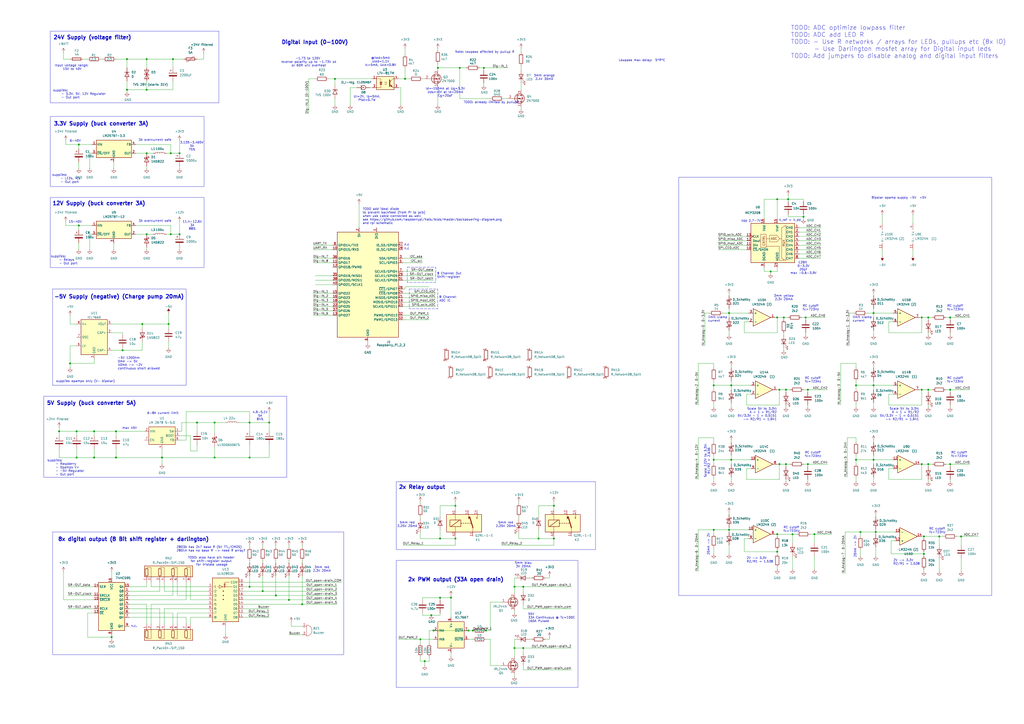
<source format=kicad_sch>
(kicad_sch
	(version 20231120)
	(generator "eeschema")
	(generator_version "8.0")
	(uuid "af4d11a6-73e1-4c39-a25e-5fe7dfa07237")
	(paper "A2")
	
	(junction
		(at 44.45 265.43)
		(diameter 0)
		(color 0 0 0 0)
		(uuid "04e54955-95ed-4070-adbb-7cee1b2c7a8b")
	)
	(junction
		(at 250.19 356.87)
		(diameter 0)
		(color 0 0 0 0)
		(uuid "0c7b1ae2-c684-4906-92c2-8dfa0b9613b9")
	)
	(junction
		(at 454.66 184.15)
		(diameter 0)
		(color 0 0 0 0)
		(uuid "0fefb793-9883-40a2-bd83-f35b47e8dbdb")
	)
	(junction
		(at 67.31 250.19)
		(diameter 0)
		(color 0 0 0 0)
		(uuid "105d8991-ac05-4276-b194-5060bc474cf0")
	)
	(junction
		(at 422.91 307.34)
		(diameter 0)
		(color 0 0 0 0)
		(uuid "11161079-c1a9-4ebe-8de9-fa873f6e9640")
	)
	(junction
		(at 152.4 342.9)
		(diameter 0)
		(color 0 0 0 0)
		(uuid "11903fdd-3575-4409-96d6-35550cd46cfd")
	)
	(junction
		(at 40.64 210.82)
		(diameter 0)
		(color 0 0 0 0)
		(uuid "16107448-b037-4021-a9bb-1fb19d6f36c7")
	)
	(junction
		(at 160.02 345.44)
		(diameter 0)
		(color 0 0 0 0)
		(uuid "1ab2b0ca-ba04-4500-a455-f6bec6b9245f")
	)
	(junction
		(at 455.93 226.06)
		(diameter 0)
		(color 0 0 0 0)
		(uuid "209182a8-b4b9-40cd-b5b2-bd90b860e927")
	)
	(junction
		(at 264.16 293.37)
		(diameter 0)
		(color 0 0 0 0)
		(uuid "213f96fc-26d9-4cf1-83bd-f4336ef00b81")
	)
	(junction
		(at 85.09 34.29)
		(diameter 0)
		(color 0 0 0 0)
		(uuid "2282d3fb-0d49-4956-ac9d-5d65f12a26a9")
	)
	(junction
		(at 312.42 312.42)
		(diameter 0)
		(color 0 0 0 0)
		(uuid "236f3f4e-76e9-4351-baf1-7665cdb427aa")
	)
	(junction
		(at 124.46 245.11)
		(diameter 0)
		(color 0 0 0 0)
		(uuid "28045595-b22a-4b06-9953-9f52298bbfc3")
	)
	(junction
		(at 424.18 266.7)
		(diameter 0)
		(color 0 0 0 0)
		(uuid "28934ae1-6d54-433a-8602-d8951919fe72")
	)
	(junction
		(at 298.45 340.36)
		(diameter 0)
		(color 0 0 0 0)
		(uuid "2a544a35-89e9-4403-a76e-deca404b0df4")
	)
	(junction
		(at 414.02 266.7)
		(diameter 0)
		(color 0 0 0 0)
		(uuid "2f3e2706-66a2-4ddc-84d7-d0f87e408bee")
	)
	(junction
		(at 447.04 157.48)
		(diameter 0)
		(color 0 0 0 0)
		(uuid "305b0609-1ce9-4297-b1f0-74fc85171eee")
	)
	(junction
		(at 44.45 250.19)
		(diameter 0)
		(color 0 0 0 0)
		(uuid "383ef42e-22d7-43b3-89d3-2af42737728c")
	)
	(junction
		(at 534.67 226.06)
		(diameter 0)
		(color 0 0 0 0)
		(uuid "3ae78f7f-94a6-4485-a6b5-d7ce73e1abef")
	)
	(junction
		(at 64.77 369.57)
		(diameter 0)
		(color 0 0 0 0)
		(uuid "3c754c5e-b249-46c4-9d05-9f550316aca5")
	)
	(junction
		(at 251.46 365.76)
		(diameter 0)
		(color 0 0 0 0)
		(uuid "3cb97957-2818-4161-b970-c7538e259f8a")
	)
	(junction
		(at 414.02 307.34)
		(diameter 0)
		(color 0 0 0 0)
		(uuid "3e62f561-0d72-4e6a-934a-49655edcba7a")
	)
	(junction
		(at 234.95 45.72)
		(diameter 0)
		(color 0 0 0 0)
		(uuid "3f66f8e5-7a42-480c-a82f-f0cfe427845d")
	)
	(junction
		(at 54.61 250.19)
		(diameter 0)
		(color 0 0 0 0)
		(uuid "422bc740-9691-4697-b466-286d91cb40aa")
	)
	(junction
		(at 457.2 115.57)
		(diameter 0)
		(color 0 0 0 0)
		(uuid "42f8f2a2-d4f1-4f85-a7f3-af76fd15f334")
	)
	(junction
		(at 82.55 187.96)
		(diameter 0)
		(color 0 0 0 0)
		(uuid "49b65474-3c4a-461b-8a68-40a6b20540ce")
	)
	(junction
		(at 534.67 184.15)
		(diameter 0)
		(color 0 0 0 0)
		(uuid "4c28afa4-cb18-4457-bfd3-5c53dabd8baa")
	)
	(junction
		(at 535.94 311.15)
		(diameter 0)
		(color 0 0 0 0)
		(uuid "51a2075d-152f-4706-892e-e33346bc5c7c")
	)
	(junction
		(at 468.63 269.24)
		(diameter 0)
		(color 0 0 0 0)
		(uuid "5350fbf4-d95b-437a-9686-20f0bf58d3a4")
	)
	(junction
		(at 534.67 269.24)
		(diameter 0)
		(color 0 0 0 0)
		(uuid "5453c15f-3da7-498f-b4d4-eefd4a32800e")
	)
	(junction
		(at 67.31 265.43)
		(diameter 0)
		(color 0 0 0 0)
		(uuid "548e2dfb-04f2-4d21-ab49-d803782e4bea")
	)
	(junction
		(at 274.32 365.76)
		(diameter 0)
		(color 0 0 0 0)
		(uuid "55c59674-9297-4294-9a4a-f4e2841decac")
	)
	(junction
		(at 175.26 350.52)
		(diameter 0)
		(color 0 0 0 0)
		(uuid "5728ee18-fcb1-40dc-a17f-8fbad76f4f48")
	)
	(junction
		(at 496.57 223.52)
		(diameter 0)
		(color 0 0 0 0)
		(uuid "57a339c8-b411-45ff-a169-a3416d23d890")
	)
	(junction
		(at 321.31 312.42)
		(diameter 0)
		(color 0 0 0 0)
		(uuid "58641e9a-dfea-4a17-a599-d3f20704b922")
	)
	(junction
		(at 104.14 135.89)
		(diameter 0)
		(color 0 0 0 0)
		(uuid "5b0eb3d4-c4be-4d9b-9e7b-ef02c7a05fa6")
	)
	(junction
		(at 551.18 226.06)
		(diameter 0)
		(color 0 0 0 0)
		(uuid "5fd46808-879e-44b8-af18-96d3e87ab16f")
	)
	(junction
		(at 104.14 88.9)
		(diameter 0)
		(color 0 0 0 0)
		(uuid "6030d6cb-547f-4627-bb7a-29b5d50e2d7c")
	)
	(junction
		(at 45.72 83.82)
		(diameter 0)
		(color 0 0 0 0)
		(uuid "61300700-7a6f-4cf0-89e3-de24251aaf76")
	)
	(junction
		(at 499.11 308.61)
		(diameter 0)
		(color 0 0 0 0)
		(uuid "628c5c50-25e2-4f91-8c48-b88818b7ae22")
	)
	(junction
		(at 506.73 223.52)
		(diameter 0)
		(color 0 0 0 0)
		(uuid "681b0c0c-503e-42b4-b413-9d8b61948eb7")
	)
	(junction
		(at 261.62 346.71)
		(diameter 0)
		(color 0 0 0 0)
		(uuid "6f8dae14-e5bb-4ed3-8136-992dd6b276bb")
	)
	(junction
		(at 450.85 115.57)
		(diameter 0)
		(color 0 0 0 0)
		(uuid "71c80c36-cea0-487c-bcb3-ac90e6cf6909")
	)
	(junction
		(at 99.06 135.89)
		(diameter 0)
		(color 0 0 0 0)
		(uuid "72aa6fa5-05f9-4fb4-9b06-f61f0b76719e")
	)
	(junction
		(at 496.57 266.7)
		(diameter 0)
		(color 0 0 0 0)
		(uuid "72cd6455-fb65-4b52-8421-80100f0ddc8f")
	)
	(junction
		(at 156.21 245.11)
		(diameter 0)
		(color 0 0 0 0)
		(uuid "75c001cd-17a9-469a-b125-e6fab77c80b6")
	)
	(junction
		(at 73.66 52.07)
		(diameter 0)
		(color 0 0 0 0)
		(uuid "787a6eed-43d6-4010-9caf-dfc7614f8b7e")
	)
	(junction
		(at 544.83 311.15)
		(diameter 0)
		(color 0 0 0 0)
		(uuid "796fade0-1fea-4210-a510-95995544473c")
	)
	(junction
		(at 466.09 125.73)
		(diameter 0)
		(color 0 0 0 0)
		(uuid "7b6a19d9-d84c-4ace-9ad2-e52657e5669a")
	)
	(junction
		(at 97.79 187.96)
		(diameter 0)
		(color 0 0 0 0)
		(uuid "7e3134f9-4b48-4e64-b337-949ca5145048")
	)
	(junction
		(at 450.85 309.88)
		(diameter 0)
		(color 0 0 0 0)
		(uuid "7eee6ae0-e862-4cf5-a20a-077da3b5824a")
	)
	(junction
		(at 551.18 184.15)
		(diameter 0)
		(color 0 0 0 0)
		(uuid "85be4b5b-1dd3-4429-a51f-714f415e4cb3")
	)
	(junction
		(at 54.61 265.43)
		(diameter 0)
		(color 0 0 0 0)
		(uuid "8858408f-f194-4c4f-bd3d-5f79bdeb0f2d")
	)
	(junction
		(at 144.78 265.43)
		(diameter 0)
		(color 0 0 0 0)
		(uuid "89ab178e-a455-4ee1-9c37-6616d82dbbfd")
	)
	(junction
		(at 99.06 88.9)
		(diameter 0)
		(color 0 0 0 0)
		(uuid "8a14436b-3658-4869-9928-b6970ddfd0dd")
	)
	(junction
		(at 424.18 223.52)
		(diameter 0)
		(color 0 0 0 0)
		(uuid "8c0d1323-aeaa-4fdf-940b-e96e8f624588")
	)
	(junction
		(at 506.73 266.7)
		(diameter 0)
		(color 0 0 0 0)
		(uuid "8c384515-970b-4a9b-9d25-34f7c7cf5a31")
	)
	(junction
		(at 254 39.37)
		(diameter 0)
		(color 0 0 0 0)
		(uuid "8cb90e5a-5018-4ea5-bf60-7c32d85dd391")
	)
	(junction
		(at 271.78 365.76)
		(diameter 0)
		(color 0 0 0 0)
		(uuid "8cfa150d-d03a-42a4-a1fa-7fd3cc4e21b6")
	)
	(junction
		(at 246.38 383.54)
		(diameter 0)
		(color 0 0 0 0)
		(uuid "92e2756b-8cb3-4690-a681-4803594cba07")
	)
	(junction
		(at 167.64 347.98)
		(diameter 0)
		(color 0 0 0 0)
		(uuid "96561ec8-8fb0-4b54-8190-e8ea97ddc94c")
	)
	(junction
		(at 45.72 130.81)
		(diameter 0)
		(color 0 0 0 0)
		(uuid "9ce26f46-c13d-457f-b7ea-3cb9a3964209")
	)
	(junction
		(at 535.94 321.31)
		(diameter 0)
		(color 0 0 0 0)
		(uuid "9f9cd4a1-53b7-4b90-939d-1f42f0144daf")
	)
	(junction
		(at 255.27 346.71)
		(diameter 0)
		(color 0 0 0 0)
		(uuid "a0c78f0b-7101-4390-9aa6-cd615b54ded7")
	)
	(junction
		(at 144.78 245.11)
		(diameter 0)
		(color 0 0 0 0)
		(uuid "a1035066-f2bd-42c1-b35e-660253af95e6")
	)
	(junction
		(at 34.29 250.19)
		(diameter 0)
		(color 0 0 0 0)
		(uuid "a1588343-c251-454b-b53e-fff8eaaaa3ac")
	)
	(junction
		(at 459.74 309.88)
		(diameter 0)
		(color 0 0 0 0)
		(uuid "a254ea07-fe02-44b4-a091-0f3f88d2f0b4")
	)
	(junction
		(at 455.93 269.24)
		(diameter 0)
		(color 0 0 0 0)
		(uuid "a647ae42-673a-4b30-ba91-f5c0de2d1fb1")
	)
	(junction
		(at 414.02 223.52)
		(diameter 0)
		(color 0 0 0 0)
		(uuid "a8916f2a-3760-4408-a711-e8008e50a42d")
	)
	(junction
		(at 551.18 269.24)
		(diameter 0)
		(color 0 0 0 0)
		(uuid "a8b20a5e-2fbe-4704-8e22-2faf27846df8")
	)
	(junction
		(at 468.63 226.06)
		(diameter 0)
		(color 0 0 0 0)
		(uuid "aad29792-d123-4844-9da8-1df2be24a9d5")
	)
	(junction
		(at 508 308.61)
		(diameter 0)
		(color 0 0 0 0)
		(uuid "ab657e53-e46e-4daf-86ec-72046f57a401")
	)
	(junction
		(at 255.27 312.42)
		(diameter 0)
		(color 0 0 0 0)
		(uuid "ac1970be-fc9a-493a-b832-4f526b5d8a6f")
	)
	(junction
		(at 124.46 265.43)
		(diameter 0)
		(color 0 0 0 0)
		(uuid "b129a554-6918-436f-b908-937c28939470")
	)
	(junction
		(at 85.09 135.89)
		(diameter 0)
		(color 0 0 0 0)
		(uuid "b75be159-2e10-4f46-b206-2354b78b9157")
	)
	(junction
		(at 450.85 320.04)
		(diameter 0)
		(color 0 0 0 0)
		(uuid "bc0e8895-a168-4b32-a3ae-032222041331")
	)
	(junction
		(at 85.09 88.9)
		(diameter 0)
		(color 0 0 0 0)
		(uuid "bcb07714-ac5e-4281-b3c3-552386782e56")
	)
	(junction
		(at 321.31 293.37)
		(diameter 0)
		(color 0 0 0 0)
		(uuid "c25e2208-2d4a-4a5d-b1b6-520bc7405c20")
	)
	(junction
		(at 298.45 375.92)
		(diameter 0)
		(color 0 0 0 0)
		(uuid "c583ebaa-dbb1-42bf-9503-cd46d9d9c934")
	)
	(junction
		(at 422.91 181.61)
		(diameter 0)
		(color 0 0 0 0)
		(uuid "c5e0eb5b-7c3b-45d6-94c4-c8f1aeb4edda")
	)
	(junction
		(at 557.53 311.15)
		(diameter 0)
		(color 0 0 0 0)
		(uuid "c6fd9455-a40f-495c-b522-dad68ccccb40")
	)
	(junction
		(at 266.7 39.37)
		(diameter 0)
		(color 0 0 0 0)
		(uuid "c7dde48e-85d4-4f37-a2ab-86b0bbbdacc6")
	)
	(junction
		(at 467.36 184.15)
		(diameter 0)
		(color 0 0 0 0)
		(uuid "c9a1a788-271b-4313-91ac-1eb41a1be2d1")
	)
	(junction
		(at 538.48 269.24)
		(diameter 0)
		(color 0 0 0 0)
		(uuid "cce9ddbf-6d0b-4bc9-aa3e-08b573ecddaa")
	)
	(junction
		(at 538.48 226.06)
		(diameter 0)
		(color 0 0 0 0)
		(uuid "cef5d492-924d-4b16-915e-16292a4ec979")
	)
	(junction
		(at 281.94 365.76)
		(diameter 0)
		(color 0 0 0 0)
		(uuid "cfa0505a-ad36-4964-9b26-4d7d0167d5d6")
	)
	(junction
		(at 73.66 34.29)
		(diameter 0)
		(color 0 0 0 0)
		(uuid "d2fd5f5d-338a-4722-b4a0-b1eecd883f28")
	)
	(junction
		(at 100.33 34.29)
		(diameter 0)
		(color 0 0 0 0)
		(uuid "d4d801b9-c672-4d6c-acd1-0513ef63a985")
	)
	(junction
		(at 538.48 184.15)
		(diameter 0)
		(color 0 0 0 0)
		(uuid "d5958f52-db39-4d96-9f5c-46cc0e0a9c13")
	)
	(junction
		(at 303.53 375.92)
		(diameter 0)
		(color 0 0 0 0)
		(uuid "d7f6abff-a394-48b0-8295-d13e407a04cb")
	)
	(junction
		(at 194.31 45.72)
		(diameter 0)
		(color 0 0 0 0)
		(uuid "dbe02959-11e7-4cf1-ad45-9fe30dcdf8bb")
	)
	(junction
		(at 472.44 309.88)
		(diameter 0)
		(color 0 0 0 0)
		(uuid "dd672ca4-9aed-4510-a18a-eaf4c4b1b5b2")
	)
	(junction
		(at 506.73 181.61)
		(diameter 0)
		(color 0 0 0 0)
		(uuid "dd99b0be-8d82-412c-a9e5-745f68c0f208")
	)
	(junction
		(at 452.12 226.06)
		(diameter 0)
		(color 0 0 0 0)
		(uuid "e06e2f01-d838-48f6-8efa-7e05b926ca29")
	)
	(junction
		(at 264.16 312.42)
		(diameter 0)
		(color 0 0 0 0)
		(uuid "e0fcc60c-adef-4503-b67d-31eec596d694")
	)
	(junction
		(at 144.78 340.36)
		(diameter 0)
		(color 0 0 0 0)
		(uuid "e5bd5461-5bb2-4b08-87c8-6e463ef8db0a")
	)
	(junction
		(at 85.09 52.07)
		(diameter 0)
		(color 0 0 0 0)
		(uuid "e7010d28-bd88-4654-aa85-6910d986f363")
	)
	(junction
		(at 114.3 245.11)
		(diameter 0)
		(color 0 0 0 0)
		(uuid "e70a65f8-f7a2-47ed-978c-48ab0ab55eb7")
	)
	(junction
		(at 303.53 340.36)
		(diameter 0)
		(color 0 0 0 0)
		(uuid "e8615103-e90c-4f75-b440-b8fad443ff1e")
	)
	(junction
		(at 71.12 203.2)
		(diameter 0)
		(color 0 0 0 0)
		(uuid "eac55c9c-6217-4313-8428-a310d44dd53f")
	)
	(junction
		(at 243.84 370.84)
		(diameter 0)
		(color 0 0 0 0)
		(uuid "eb44adf6-a090-4e7e-a983-13834ed73b64")
	)
	(junction
		(at 452.12 269.24)
		(diameter 0)
		(color 0 0 0 0)
		(uuid "ef6c709f-f6a8-4332-b336-2fc745163133")
	)
	(junction
		(at 280.67 39.37)
		(diameter 0)
		(color 0 0 0 0)
		(uuid "f07a3669-e0a6-443d-bf09-5896238c8cb2")
	)
	(junction
		(at 93.98 265.43)
		(diameter 0)
		(color 0 0 0 0)
		(uuid "f74be3ca-6702-47ef-b237-4f888ce46f38")
	)
	(junction
		(at 450.85 184.15)
		(diameter 0)
		(color 0 0 0 0)
		(uuid "fbce1fdb-db5b-4f19-bbb5-0a9c27bcbc89")
	)
	(wire
		(pts
			(xy 466.09 124.46) (xy 466.09 125.73)
		)
		(stroke
			(width 0)
			(type default)
		)
		(uuid "0054231e-6c1c-4b62-a261-da803b448710")
	)
	(wire
		(pts
			(xy 167.64 334.01) (xy 167.64 347.98)
		)
		(stroke
			(width 0)
			(type default)
		)
		(uuid "008afce7-2f89-4bee-bec1-74412a14f6ad")
	)
	(wire
		(pts
			(xy 414.02 317.5) (xy 414.02 321.31)
		)
		(stroke
			(width 0)
			(type default)
		)
		(uuid "00ef2f56-37bd-4ed0-aeb9-aa019bd24e2f")
	)
	(wire
		(pts
			(xy 266.7 39.37) (xy 270.51 39.37)
		)
		(stroke
			(width 0)
			(type default)
		)
		(uuid "0137157f-cef0-4455-a3e8-2e6588a98c61")
	)
	(wire
		(pts
			(xy 74.93 353.06) (xy 92.71 353.06)
		)
		(stroke
			(width 0)
			(type default)
		)
		(uuid "016d3741-1855-405b-9335-334df7255092")
	)
	(wire
		(pts
			(xy 468.63 226.06) (xy 468.63 227.33)
		)
		(stroke
			(width 0)
			(type default)
		)
		(uuid "01a5f7f5-381b-4726-8886-b420b25ccedd")
	)
	(wire
		(pts
			(xy 140.97 353.06) (xy 156.21 353.06)
		)
		(stroke
			(width 0)
			(type default)
		)
		(uuid "01f70877-5d35-4473-8154-b32633fb4439")
	)
	(wire
		(pts
			(xy 64.77 368.3) (xy 64.77 369.57)
		)
		(stroke
			(width 0)
			(type default)
		)
		(uuid "02caf3da-4dfe-464a-bed0-55c975aa32ca")
	)
	(wire
		(pts
			(xy 181.61 170.18) (xy 193.04 170.18)
		)
		(stroke
			(width 0)
			(type default)
		)
		(uuid "02f927d2-46f0-4067-bb2c-7b5ed625f8eb")
	)
	(wire
		(pts
			(xy 160.02 334.01) (xy 160.02 345.44)
		)
		(stroke
			(width 0)
			(type default)
		)
		(uuid "041815f2-6a56-4b6a-bb9d-9c928a900a5c")
	)
	(wire
		(pts
			(xy 452.12 226.06) (xy 455.93 226.06)
		)
		(stroke
			(width 0)
			(type default)
		)
		(uuid "04304b2e-0c68-4a14-bbe0-0e23cac30e94")
	)
	(wire
		(pts
			(xy 124.46 259.08) (xy 124.46 265.43)
		)
		(stroke
			(width 0)
			(type default)
		)
		(uuid "056eeaf6-cef0-4a15-9aa0-a138145aa6e3")
	)
	(wire
		(pts
			(xy 443.23 127) (xy 443.23 115.57)
		)
		(stroke
			(width 0)
			(type default)
		)
		(uuid "05c7cccb-cca5-4623-97c8-040d9b4df307")
	)
	(wire
		(pts
			(xy 45.72 83.82) (xy 53.34 83.82)
		)
		(stroke
			(width 0)
			(type default)
		)
		(uuid "062e080a-8aeb-47cc-970e-09456cd360cd")
	)
	(wire
		(pts
			(xy 463.55 132.08) (xy 476.25 132.08)
		)
		(stroke
			(width 0)
			(type default)
		)
		(uuid "068083fa-fce7-43b5-8463-4f98840e7a26")
	)
	(wire
		(pts
			(xy 100.33 345.44) (xy 100.33 337.82)
		)
		(stroke
			(width 0)
			(type default)
		)
		(uuid "0682b7ac-d716-40a5-af74-9d38bd3e4468")
	)
	(wire
		(pts
			(xy 233.68 157.48) (xy 251.46 157.48)
		)
		(stroke
			(width 0)
			(type default)
		)
		(uuid "06d6f191-9971-474b-b097-e0a1a133101e")
	)
	(wire
		(pts
			(xy 82.55 198.12) (xy 82.55 203.2)
		)
		(stroke
			(width 0)
			(type default)
		)
		(uuid "07802d6c-0405-4611-8498-2921642973c9")
	)
	(wire
		(pts
			(xy 455.93 269.24) (xy 458.47 269.24)
		)
		(stroke
			(width 0)
			(type default)
		)
		(uuid "08d4afc6-7a52-4c48-90ea-de03339f3fec")
	)
	(wire
		(pts
			(xy 433.07 271.78) (xy 433.07 278.13)
		)
		(stroke
			(width 0)
			(type default)
		)
		(uuid "08da2754-5954-4cc6-88b7-c43418808a5f")
	)
	(wire
		(pts
			(xy 71.12 203.2) (xy 64.77 203.2)
		)
		(stroke
			(width 0)
			(type default)
		)
		(uuid "09231105-ced3-4313-bf61-0ff5f84aa1d1")
	)
	(wire
		(pts
			(xy 463.55 134.62) (xy 476.25 134.62)
		)
		(stroke
			(width 0)
			(type default)
		)
		(uuid "0932f8bf-1781-41f0-8075-3b7e84ddb5c7")
	)
	(wire
		(pts
			(xy 52.07 97.79) (xy 52.07 88.9)
		)
		(stroke
			(width 0)
			(type default)
		)
		(uuid "096d85b4-5d51-44af-82ba-979fa750f17a")
	)
	(wire
		(pts
			(xy 496.57 264.16) (xy 496.57 266.7)
		)
		(stroke
			(width 0)
			(type default)
		)
		(uuid "09d9a41a-af3c-4a91-ad4d-2c3b79cf9ec7")
	)
	(wire
		(pts
			(xy 64.77 331.47) (xy 64.77 335.28)
		)
		(stroke
			(width 0)
			(type default)
		)
		(uuid "0a051774-4cbb-4b66-bf37-8910fac947bb")
	)
	(wire
		(pts
			(xy 538.48 226.06) (xy 538.48 227.33)
		)
		(stroke
			(width 0)
			(type default)
		)
		(uuid "0a19eb4a-b45c-478b-9d63-c374df4a79a0")
	)
	(wire
		(pts
			(xy 82.55 187.96) (xy 97.79 187.96)
		)
		(stroke
			(width 0)
			(type default)
		)
		(uuid "0a9bbdf8-1908-4d8c-8217-07db364293b0")
	)
	(wire
		(pts
			(xy 74.93 358.14) (xy 107.95 358.14)
		)
		(stroke
			(width 0)
			(type default)
		)
		(uuid "0aa33d96-2e44-4442-b63d-f8ede3d506ac")
	)
	(wire
		(pts
			(xy 414.02 254) (xy 414.02 256.54)
		)
		(stroke
			(width 0)
			(type default)
		)
		(uuid "0b798a4e-ae38-46ca-9967-253a2656e0f1")
	)
	(wire
		(pts
			(xy 243.84 383.54) (xy 243.84 381)
		)
		(stroke
			(width 0)
			(type default)
		)
		(uuid "0d4caf2b-b531-43d8-b043-c31f77a38adf")
	)
	(wire
		(pts
			(xy 95.25 342.9) (xy 120.65 342.9)
		)
		(stroke
			(width 0)
			(type default)
		)
		(uuid "0e92e4be-38e2-45e5-939b-f91def45932d")
	)
	(wire
		(pts
			(xy 496.57 223.52) (xy 496.57 226.06)
		)
		(stroke
			(width 0)
			(type default)
		)
		(uuid "0f4644b6-fa54-41ce-a769-bba1ac182829")
	)
	(wire
		(pts
			(xy 459.74 322.58) (xy 459.74 330.2)
		)
		(stroke
			(width 0)
			(type default)
		)
		(uuid "100d3b99-de7b-44c2-b3ea-79a36ae0cc62")
	)
	(wire
		(pts
			(xy 144.78 245.11) (xy 144.78 250.19)
		)
		(stroke
			(width 0)
			(type default)
		)
		(uuid "10545d38-a86d-4f4b-9d61-a90e5b83a28b")
	)
	(wire
		(pts
			(xy 491.49 254) (xy 496.57 254)
		)
		(stroke
			(width 0)
			(type default)
		)
		(uuid "10a6a44e-d783-4ce2-86b8-20bd8032d780")
	)
	(wire
		(pts
			(xy 181.61 177.8) (xy 193.04 177.8)
		)
		(stroke
			(width 0)
			(type default)
		)
		(uuid "10a757e5-89b9-4989-b591-35fa1e44e30a")
	)
	(wire
		(pts
			(xy 534.67 234.95) (xy 534.67 226.06)
		)
		(stroke
			(width 0)
			(type default)
		)
		(uuid "1103b789-e8a0-437b-b861-57f3bb0fe1fd")
	)
	(wire
		(pts
			(xy 144.78 245.11) (xy 156.21 245.11)
		)
		(stroke
			(width 0)
			(type default)
		)
		(uuid "11050421-263c-408e-9ff9-8d4704e38685")
	)
	(wire
		(pts
			(xy 506.73 191.77) (xy 506.73 194.31)
		)
		(stroke
			(width 0)
			(type default)
		)
		(uuid "110938bc-7e57-48c8-9cf6-d617786f4017")
	)
	(wire
		(pts
			(xy 233.68 160.02) (xy 251.46 160.02)
		)
		(stroke
			(width 0)
			(type default)
		)
		(uuid "119c66a0-9194-4112-8a35-c7ab420db9e3")
	)
	(wire
		(pts
			(xy 303.53 375.92) (xy 303.53 378.46)
		)
		(stroke
			(width 0)
			(type default)
		)
		(uuid "11c359c3-26fe-4117-8dcc-0f087608c0a4")
	)
	(wire
		(pts
			(xy 405.13 210.82) (xy 414.02 210.82)
		)
		(stroke
			(width 0)
			(type default)
		)
		(uuid "1257bc49-635e-40d2-adbc-efdb0b93d729")
	)
	(wire
		(pts
			(xy 104.14 143.51) (xy 104.14 144.78)
		)
		(stroke
			(width 0)
			(type default)
		)
		(uuid "125a7d11-0e70-4fc2-ad30-a60c78e9f5a4")
	)
	(wire
		(pts
			(xy 39.37 340.36) (xy 54.61 340.36)
		)
		(stroke
			(width 0)
			(type default)
		)
		(uuid "12a983d3-1186-4ca8-a60c-5c45001d78ec")
	)
	(wire
		(pts
			(xy 156.21 257.81) (xy 156.21 265.43)
		)
		(stroke
			(width 0)
			(type default)
		)
		(uuid "137c88a4-e84c-4de9-8e08-42b4620e394d")
	)
	(wire
		(pts
			(xy 73.66 34.29) (xy 73.66 39.37)
		)
		(stroke
			(width 0)
			(type default)
		)
		(uuid "147be2c8-821e-4c84-a2e1-06b7f4973251")
	)
	(wire
		(pts
			(xy 457.2 125.73) (xy 466.09 125.73)
		)
		(stroke
			(width 0)
			(type default)
		)
		(uuid "14e2a1f5-5ec8-44d4-8c05-ee4cab2bd0fb")
	)
	(wire
		(pts
			(xy 538.48 184.15) (xy 541.02 184.15)
		)
		(stroke
			(width 0)
			(type default)
		)
		(uuid "15621219-290f-410b-a757-cdd9d2345727")
	)
	(wire
		(pts
			(xy 450.85 309.88) (xy 450.85 311.15)
		)
		(stroke
			(width 0)
			(type default)
		)
		(uuid "1650821f-6f72-4ef4-81aa-36ef4033d5a7")
	)
	(wire
		(pts
			(xy 248.92 383.54) (xy 246.38 383.54)
		)
		(stroke
			(width 0)
			(type default)
		)
		(uuid "16e6debd-df2d-46dc-b045-aad5d3f4c4a4")
	)
	(wire
		(pts
			(xy 167.64 316.23) (xy 167.64 317.5)
		)
		(stroke
			(width 0)
			(type default)
		)
		(uuid "17126ad0-a1ca-48f1-8760-53792368c4a8")
	)
	(wire
		(pts
			(xy 102.87 337.82) (xy 102.87 345.44)
		)
		(stroke
			(width 0)
			(type default)
		)
		(uuid "17133fa4-9e22-455f-99d1-e5ad0e844480")
	)
	(wire
		(pts
			(xy 102.87 345.44) (xy 120.65 345.44)
		)
		(stroke
			(width 0)
			(type default)
		)
		(uuid "17b72f9a-c181-4330-a138-b94bb453fd18")
	)
	(wire
		(pts
			(xy 450.85 193.04) (xy 450.85 184.15)
		)
		(stroke
			(width 0)
			(type default)
		)
		(uuid "17bbe78c-8ffb-4b23-9f87-29b2d98865bc")
	)
	(wire
		(pts
			(xy 245.11 347.98) (xy 245.11 346.71)
		)
		(stroke
			(width 0)
			(type default)
		)
		(uuid "18dc0aef-b3db-4808-8839-8af1912155b4")
	)
	(wire
		(pts
			(xy 280.67 48.26) (xy 280.67 49.53)
		)
		(stroke
			(width 0)
			(type default)
		)
		(uuid "18f9bc5a-34ff-457d-bae9-2674040e04d3")
	)
	(wire
		(pts
			(xy 243.84 308.61) (xy 243.84 312.42)
		)
		(stroke
			(width 0)
			(type default)
		)
		(uuid "1a9b8154-dfe5-48da-9674-520ef25d19f9")
	)
	(wire
		(pts
			(xy 435.61 228.6) (xy 433.07 228.6)
		)
		(stroke
			(width 0)
			(type default)
		)
		(uuid "1a9d8fbd-579f-424a-9e77-5087a207aaee")
	)
	(wire
		(pts
			(xy 450.85 226.06) (xy 452.12 226.06)
		)
		(stroke
			(width 0)
			(type default)
		)
		(uuid "1aa8f332-c29d-4eb2-9746-0ba21528bbb1")
	)
	(wire
		(pts
			(xy 424.18 266.7) (xy 424.18 269.24)
		)
		(stroke
			(width 0)
			(type default)
		)
		(uuid "1ab50263-9f5c-45b0-a434-9b22b0ecc0b3")
	)
	(wire
		(pts
			(xy 472.44 309.88) (xy 482.6 309.88)
		)
		(stroke
			(width 0)
			(type default)
		)
		(uuid "1b61ec39-a1f0-4ae9-998a-52f9c8a37aff")
	)
	(wire
		(pts
			(xy 85.09 88.9) (xy 88.9 88.9)
		)
		(stroke
			(width 0)
			(type default)
		)
		(uuid "1bc6767a-124e-4752-8da3-4dc2026b8aff")
	)
	(wire
		(pts
			(xy 167.64 325.12) (xy 167.64 326.39)
		)
		(stroke
			(width 0)
			(type default)
		)
		(uuid "1c1058ab-44fa-4aec-96f9-9980669af0e0")
	)
	(wire
		(pts
			(xy 175.26 350.52) (xy 195.58 350.52)
		)
		(stroke
			(width 0)
			(type default)
		)
		(uuid "1c8869c3-e3cb-45c8-aafa-8fae3a4606d4")
	)
	(wire
		(pts
			(xy 414.02 276.86) (xy 414.02 279.4)
		)
		(stroke
			(width 0)
			(type default)
		)
		(uuid "1cd423c6-1734-4ded-95b9-a2f47a1cdd8c")
	)
	(wire
		(pts
			(xy 506.73 223.52) (xy 518.16 223.52)
		)
		(stroke
			(width 0)
			(type default)
		)
		(uuid "1cf853d4-e902-45a8-88bd-a25890ed60dc")
	)
	(wire
		(pts
			(xy 243.84 312.42) (xy 255.27 312.42)
		)
		(stroke
			(width 0)
			(type default)
		)
		(uuid "1d3d64b3-6f1d-4f1a-ae88-95cfc9beaf80")
	)
	(wire
		(pts
			(xy 152.4 334.01) (xy 152.4 342.9)
		)
		(stroke
			(width 0)
			(type default)
		)
		(uuid "1d84ddc9-03e2-4cd3-891d-0bb88a36b9c5")
	)
	(wire
		(pts
			(xy 312.42 312.42) (xy 321.31 312.42)
		)
		(stroke
			(width 0)
			(type default)
		)
		(uuid "1d938c29-453c-4c11-a7b3-24d1eceeb21c")
	)
	(wire
		(pts
			(xy 67.31 265.43) (xy 93.98 265.43)
		)
		(stroke
			(width 0)
			(type default)
		)
		(uuid "1dfeaed5-ce45-412c-9536-200b58c4cd88")
	)
	(wire
		(pts
			(xy 518.16 271.78) (xy 515.62 271.78)
		)
		(stroke
			(width 0)
			(type default)
		)
		(uuid "1e53379a-7223-42df-9e45-4a73eb6eeb8b")
	)
	(wire
		(pts
			(xy 499.11 308.61) (xy 508 308.61)
		)
		(stroke
			(width 0)
			(type default)
		)
		(uuid "1ebdddab-d2ac-41ea-b64c-a4c201460153")
	)
	(wire
		(pts
			(xy 422.91 181.61) (xy 422.91 184.15)
		)
		(stroke
			(width 0)
			(type default)
		)
		(uuid "1edbd3b2-ced2-4a68-b2c2-0b5c3021176a")
	)
	(wire
		(pts
			(xy 138.43 245.11) (xy 144.78 245.11)
		)
		(stroke
			(width 0)
			(type default)
		)
		(uuid "1f119b6d-bc5c-43a6-876e-2006a604c4da")
	)
	(wire
		(pts
			(xy 39.37 353.06) (xy 54.61 353.06)
		)
		(stroke
			(width 0)
			(type default)
		)
		(uuid "20fb024a-f73d-48d4-b683-4d3f4306bcb3")
	)
	(wire
		(pts
			(xy 167.64 347.98) (xy 195.58 347.98)
		)
		(stroke
			(width 0)
			(type default)
		)
		(uuid "2288ec77-4160-45f0-bd0d-7025d7659007")
	)
	(wire
		(pts
			(xy 246.38 383.54) (xy 243.84 383.54)
		)
		(stroke
			(width 0)
			(type default)
		)
		(uuid "22ae0c0c-76da-4efa-84e4-cb200f07f0df")
	)
	(wire
		(pts
			(xy 449.58 184.15) (xy 450.85 184.15)
		)
		(stroke
			(width 0)
			(type default)
		)
		(uuid "22ff23b7-227d-447e-bfda-59d80156c622")
	)
	(wire
		(pts
			(xy 538.48 269.24) (xy 538.48 270.51)
		)
		(stroke
			(width 0)
			(type default)
		)
		(uuid "238ebe23-6747-4e44-b63e-da687a62d863")
	)
	(wire
		(pts
			(xy 73.66 52.07) (xy 73.66 53.34)
		)
		(stroke
			(width 0)
			(type default)
		)
		(uuid "2392f8de-64ca-4ad2-9c50-6ad45435e202")
	)
	(wire
		(pts
			(xy 190.5 45.72) (xy 194.31 45.72)
		)
		(stroke
			(width 0)
			(type default)
		)
		(uuid "23dfcef5-54e1-43c9-8345-47d8258009e8")
	)
	(wire
		(pts
			(xy 424.18 220.98) (xy 424.18 223.52)
		)
		(stroke
			(width 0)
			(type default)
		)
		(uuid "240058a4-a99f-4d62-9b74-3340fba31315")
	)
	(wire
		(pts
			(xy 38.1 128.27) (xy 38.1 130.81)
		)
		(stroke
			(width 0)
			(type default)
		)
		(uuid "24166ed3-6929-44e1-9f43-dca2d382cd8b")
	)
	(wire
		(pts
			(xy 87.63 337.82) (xy 87.63 340.36)
		)
		(stroke
			(width 0)
			(type default)
		)
		(uuid "2457ca4d-ccfc-4f47-9fb6-1a3dd556b932")
	)
	(wire
		(pts
			(xy 534.67 311.15) (xy 535.94 311.15)
		)
		(stroke
			(width 0)
			(type default)
		)
		(uuid "247e635b-6054-4992-9b2a-c3136448ced3")
	)
	(wire
		(pts
			(xy 463.55 139.7) (xy 476.25 139.7)
		)
		(stroke
			(width 0)
			(type default)
		)
		(uuid "24b8cd11-ef80-4755-84b3-4ab2650e79e8")
	)
	(wire
		(pts
			(xy 82.55 187.96) (xy 82.55 190.5)
		)
		(stroke
			(width 0)
			(type default)
		)
		(uuid "24fc4db9-e669-4108-8575-ad552b1f7095")
	)
	(wire
		(pts
			(xy 97.79 181.61) (xy 97.79 187.96)
		)
		(stroke
			(width 0)
			(type default)
		)
		(uuid "250cae5f-018d-46f3-8b3a-08c428d30aad")
	)
	(wire
		(pts
			(xy 408.94 181.61) (xy 411.48 181.61)
		)
		(stroke
			(width 0)
			(type default)
		)
		(uuid "254268d1-5d46-45d7-a31c-0a0243f94365")
	)
	(wire
		(pts
			(xy 280.67 39.37) (xy 294.64 39.37)
		)
		(stroke
			(width 0)
			(type default)
		)
		(uuid "26309b7f-d337-4125-a8b8-729a54cfa688")
	)
	(wire
		(pts
			(xy 254 39.37) (xy 266.7 39.37)
		)
		(stroke
			(width 0)
			(type default)
		)
		(uuid "26f4b176-d345-471c-a589-d2b34ad320d9")
	)
	(wire
		(pts
			(xy 551.18 269.24) (xy 562.61 269.24)
		)
		(stroke
			(width 0)
			(type default)
		)
		(uuid "2710c34f-8200-4ad0-9168-3834a857ee98")
	)
	(wire
		(pts
			(xy 298.45 375.92) (xy 298.45 381)
		)
		(stroke
			(width 0)
			(type default)
		)
		(uuid "28a7e3ae-ec0f-4c85-8d6e-255f33033320")
	)
	(wire
		(pts
			(xy 321.31 312.42) (xy 321.31 316.23)
		)
		(stroke
			(width 0)
			(type default)
		)
		(uuid "28c66b86-4c26-48b2-bae4-c33e153ea612")
	)
	(wire
		(pts
			(xy 181.61 172.72) (xy 193.04 172.72)
		)
		(stroke
			(width 0)
			(type default)
		)
		(uuid "290648d6-e0c2-4a02-8151-8e6a5ea8000b")
	)
	(wire
		(pts
			(xy 85.09 135.89) (xy 78.74 135.89)
		)
		(stroke
			(width 0)
			(type default)
		)
		(uuid "2914a31e-5344-4d8c-8336-baf7ef768326")
	)
	(wire
		(pts
			(xy 496.57 276.86) (xy 496.57 279.4)
		)
		(stroke
			(width 0)
			(type default)
		)
		(uuid "29a84df5-a401-472c-b970-3e9ceb118392")
	)
	(wire
		(pts
			(xy 300.99 299.72) (xy 300.99 300.99)
		)
		(stroke
			(width 0)
			(type default)
		)
		(uuid "29af0d2b-5554-4235-b59d-cce0f2888bae")
	)
	(wire
		(pts
			(xy 447.04 157.48) (xy 450.85 157.48)
		)
		(stroke
			(width 0)
			(type default)
		)
		(uuid "2b9ccaa2-a7a6-40a8-9a8d-c15a845f981b")
	)
	(wire
		(pts
			(xy 506.73 233.68) (xy 506.73 236.22)
		)
		(stroke
			(width 0)
			(type default)
		)
		(uuid "2c1464b3-376b-48fd-9a9c-b7fb4f3e2e89")
	)
	(wire
		(pts
			(xy 254 27.94) (xy 254 29.21)
		)
		(stroke
			(width 0)
			(type default)
		)
		(uuid "2c426e30-8b88-4a18-bb4a-23f88606845a")
	)
	(wire
		(pts
			(xy 110.49 361.95) (xy 110.49 358.14)
		)
		(stroke
			(width 0)
			(type default)
		)
		(uuid "2c615464-26b9-43e5-bdf4-3fc2f6448f5c")
	)
	(wire
		(pts
			(xy 234.95 45.72) (xy 237.49 45.72)
		)
		(stroke
			(width 0)
			(type default)
		)
		(uuid "2c754bca-9c82-483c-9ff8-e9f74de0ee01")
	)
	(wire
		(pts
			(xy 321.31 293.37) (xy 321.31 295.91)
		)
		(stroke
			(width 0)
			(type default)
		)
		(uuid "2cb2e63a-5478-435a-afe4-47b642166711")
	)
	(wire
		(pts
			(xy 140.97 347.98) (xy 167.64 347.98)
		)
		(stroke
			(width 0)
			(type default)
		)
		(uuid "2d1f3135-5bd8-4bb0-8f82-b5beb15ddc91")
	)
	(wire
		(pts
			(xy 511.81 124.46) (xy 511.81 129.54)
		)
		(stroke
			(width 0)
			(type default)
		)
		(uuid "2d458802-502c-4ecf-9caf-a43a110ce546")
	)
	(wire
		(pts
			(xy 491.49 276.86) (xy 491.49 254)
		)
		(stroke
			(width 0)
			(type default)
		)
		(uuid "2d56b79e-7b91-4b8e-8329-96f2260d2f2a")
	)
	(wire
		(pts
			(xy 459.74 309.88) (xy 459.74 314.96)
		)
		(stroke
			(width 0)
			(type default)
		)
		(uuid "2d58740f-20ac-47c8-a6a7-385a25e5466d")
	)
	(wire
		(pts
			(xy 213.36 198.12) (xy 213.36 199.39)
		)
		(stroke
			(width 0)
			(type default)
		)
		(uuid "2da67416-80ed-41f3-b8a4-d331451071aa")
	)
	(wire
		(pts
			(xy 308.61 370.84) (xy 307.34 370.84)
		)
		(stroke
			(width 0)
			(type default)
		)
		(uuid "2de5eac3-394b-46e1-a66b-008e87ec7553")
	)
	(wire
		(pts
			(xy 234.95 166.37) (xy 234.95 167.64)
		)
		(stroke
			(width 0)
			(type default)
		)
		(uuid "2de6cee3-ba04-44f6-b491-492d4c257dd1")
	)
	(wire
		(pts
			(xy 515.62 234.95) (xy 534.67 234.95)
		)
		(stroke
			(width 0)
			(type default)
		)
		(uuid "2e913d89-0bf3-42a5-a34a-265d2fc19a50")
	)
	(wire
		(pts
			(xy 422.91 170.18) (xy 422.91 171.45)
		)
		(stroke
			(width 0)
			(type default)
		)
		(uuid "2f42d63b-a6ba-478e-8610-e9fcf4a49b6c")
	)
	(wire
		(pts
			(xy 284.48 370.84) (xy 281.94 370.84)
		)
		(stroke
			(width 0)
			(type default)
		)
		(uuid "2f8bdde5-609c-48c0-bf0b-d372edca7b2f")
	)
	(wire
		(pts
			(xy 208.28 118.11) (xy 208.28 132.08)
		)
		(stroke
			(width 0)
			(type default)
		)
		(uuid "2fa17a05-f7bb-4829-912f-a6d673135030")
	)
	(wire
		(pts
			(xy 243.84 370.84) (xy 243.84 373.38)
		)
		(stroke
			(width 0)
			(type default)
		)
		(uuid "305eef43-5f24-4c6d-872a-6b88fcf4d84a")
	)
	(wire
		(pts
			(xy 422.91 179.07) (xy 422.91 181.61)
		)
		(stroke
			(width 0)
			(type default)
		)
		(uuid "30f18462-1845-45de-b056-d4296bc37719")
	)
	(wire
		(pts
			(xy 36.83 30.48) (xy 36.83 34.29)
		)
		(stroke
			(width 0)
			(type default)
		)
		(uuid "312b9e9d-f3c5-4818-bb2f-e49c1b9b26ee")
	)
	(wire
		(pts
			(xy 506.73 264.16) (xy 506.73 266.7)
		)
		(stroke
			(width 0)
			(type default)
		)
		(uuid "31cd0200-5ec5-4dd9-aaf7-e4adf221e554")
	)
	(wire
		(pts
			(xy 302.26 62.23) (xy 302.26 63.5)
		)
		(stroke
			(width 0)
			(type default)
		)
		(uuid "31e973a2-25cf-4cfb-a814-9d710f200fa0")
	)
	(wire
		(pts
			(xy 85.09 340.36) (xy 85.09 337.82)
		)
		(stroke
			(width 0)
			(type default)
		)
		(uuid "32dee11c-710f-4e87-aed3-73cf92246471")
	)
	(wire
		(pts
			(xy 538.48 269.24) (xy 541.02 269.24)
		)
		(stroke
			(width 0)
			(type default)
		)
		(uuid "3338b17c-a952-43cd-b8ef-52a19d624325")
	)
	(wire
		(pts
			(xy 302.26 40.64) (xy 302.26 38.1)
		)
		(stroke
			(width 0)
			(type default)
		)
		(uuid "33ac73d3-0278-4b3b-a747-81949f777ffd")
	)
	(wire
		(pts
			(xy 459.74 309.88) (xy 462.28 309.88)
		)
		(stroke
			(width 0)
			(type default)
		)
		(uuid "33b893ed-df5d-468b-85b4-6ad71ad43b02")
	)
	(wire
		(pts
			(xy 431.8 193.04) (xy 450.85 193.04)
		)
		(stroke
			(width 0)
			(type default)
		)
		(uuid "33f3f2be-3df8-4346-a236-5dfa90bbeb82")
	)
	(wire
		(pts
			(xy 515.62 271.78) (xy 515.62 278.13)
		)
		(stroke
			(width 0)
			(type default)
		)
		(uuid "342cd887-7fe4-4180-bee4-e1ad6318de05")
	)
	(wire
		(pts
			(xy 144.78 340.36) (xy 195.58 340.36)
		)
		(stroke
			(width 0)
			(type default)
		)
		(uuid "34ce9d8e-4828-4d5e-8499-ea20031e0d43")
	)
	(wire
		(pts
			(xy 463.55 147.32) (xy 476.25 147.32)
		)
		(stroke
			(width 0)
			(type default)
		)
		(uuid "3530c46a-6e25-482b-b968-518bf8c9a8ab")
	)
	(wire
		(pts
			(xy 422.91 307.34) (xy 422.91 308.61)
		)
		(stroke
			(width 0)
			(type default)
		)
		(uuid "35f4e512-1ffc-41bd-9a9e-fe7f971c2bfb")
	)
	(wire
		(pts
			(xy 496.57 266.7) (xy 496.57 269.24)
		)
		(stroke
			(width 0)
			(type default)
		)
		(uuid "362a3669-b5d6-41e1-b360-b2543155e2e9")
	)
	(wire
		(pts
			(xy 96.52 88.9) (xy 99.06 88.9)
		)
		(stroke
			(width 0)
			(type default)
		)
		(uuid "36dbf9b2-129d-45ef-8f18-f4ffca4a34c3")
	)
	(wire
		(pts
			(xy 54.61 265.43) (xy 67.31 265.43)
		)
		(stroke
			(width 0)
			(type default)
		)
		(uuid "36ef0f3d-5f82-4fe4-8ac0-634b6aca89f0")
	)
	(wire
		(pts
			(xy 233.68 175.26) (xy 252.73 175.26)
		)
		(stroke
			(width 0)
			(type default)
		)
		(uuid "37df22b7-3ac0-4743-b54e-b238c46725e5")
	)
	(wire
		(pts
			(xy 74.93 342.9) (xy 92.71 342.9)
		)
		(stroke
			(width 0)
			(type default)
		)
		(uuid "382fb544-dfba-40ee-b7e4-34fec25dbcdd")
	)
	(wire
		(pts
			(xy 107.95 358.14) (xy 107.95 361.95)
		)
		(stroke
			(width 0)
			(type default)
		)
		(uuid "38c185d2-0b08-457a-962d-72c31c938658")
	)
	(wire
		(pts
			(xy 234.95 39.37) (xy 234.95 45.72)
		)
		(stroke
			(width 0)
			(type default)
		)
		(uuid "38c5767f-cf8f-4902-902f-687906200ae5")
	)
	(wire
		(pts
			(xy 246.38 383.54) (xy 246.38 386.08)
		)
		(stroke
			(width 0)
			(type default)
		)
		(uuid "39f6ff69-fb7b-4c19-b432-4bf76815b084")
	)
	(wire
		(pts
			(xy 182.88 165.1) (xy 193.04 165.1)
		)
		(stroke
			(width 0)
			(type default)
		)
		(uuid "3aeea25b-b526-4c4c-9a14-20971d742727")
	)
	(wire
		(pts
			(xy 114.3 245.11) (xy 114.3 250.19)
		)
		(stroke
			(width 0)
			(type default)
		)
		(uuid "3b26056a-2205-47a2-9f40-f9697f046f04")
	)
	(wire
		(pts
			(xy 255.27 346.71) (xy 261.62 346.71)
		)
		(stroke
			(width 0)
			(type default)
		)
		(uuid "3b4be52a-2ad1-4b92-9955-60020d75a3ef")
	)
	(wire
		(pts
			(xy 156.21 265.43) (xy 144.78 265.43)
		)
		(stroke
			(width 0)
			(type default)
		)
		(uuid "3b57c002-7cfd-4b01-9bd0-a9063c7de990")
	)
	(wire
		(pts
			(xy 551.18 234.95) (xy 551.18 236.22)
		)
		(stroke
			(width 0)
			(type default)
		)
		(uuid "3b8b4d84-8c7a-4f82-a0e1-ac676854a521")
	)
	(wire
		(pts
			(xy 499.11 318.77) (xy 499.11 322.58)
		)
		(stroke
			(width 0)
			(type default)
		)
		(uuid "3bc56bb2-9b42-47c5-b298-eaca06fadfb1")
	)
	(wire
		(pts
			(xy 54.61 260.35) (xy 54.61 265.43)
		)
		(stroke
			(width 0)
			(type default)
		)
		(uuid "3da092b2-3579-44ee-9f1a-7dc736839416")
	)
	(wire
		(pts
			(xy 34.29 250.19) (xy 34.29 252.73)
		)
		(stroke
			(width 0)
			(type default)
		)
		(uuid "3ddbeb86-f388-4c89-98ea-a9e4b08c0699")
	)
	(wire
		(pts
			(xy 52.07 88.9) (xy 53.34 88.9)
		)
		(stroke
			(width 0)
			(type default)
		)
		(uuid "3e60e431-84f1-436a-99fb-f0196e89bcf0")
	)
	(wire
		(pts
			(xy 74.93 350.52) (xy 85.09 350.52)
		)
		(stroke
			(width 0)
			(type default)
		)
		(uuid "3e96618a-fbac-43f2-9cc7-ea2fa6b25481")
	)
	(wire
		(pts
			(xy 506.73 179.07) (xy 506.73 181.61)
		)
		(stroke
			(width 0)
			(type default)
		)
		(uuid "40bdda6f-2043-43a8-8614-46f90ad8de81")
	)
	(wire
		(pts
			(xy 85.09 135.89) (xy 88.9 135.89)
		)
		(stroke
			(width 0)
			(type default)
		)
		(uuid "41dd684b-b2cf-4918-b2fa-e24af5a96c31")
	)
	(wire
		(pts
			(xy 110.49 358.14) (xy 120.65 358.14)
		)
		(stroke
			(width 0)
			(type default)
		)
		(uuid "429237cb-de65-457d-96f3-1d24c4418799")
	)
	(wire
		(pts
			(xy 45.72 130.81) (xy 45.72 133.35)
		)
		(stroke
			(width 0)
			(type default)
		)
		(uuid "429f31e6-9c15-47fc-a53a-661ec52f4c31")
	)
	(wire
		(pts
			(xy 463.55 144.78) (xy 476.25 144.78)
		)
		(stroke
			(width 0)
			(type default)
		)
		(uuid "42c865ad-08f7-4b14-b07e-c66bb29dbe02")
	)
	(wire
		(pts
			(xy 45.72 83.82) (xy 45.72 86.36)
		)
		(stroke
			(width 0)
			(type default)
		)
		(uuid "434d52f6-e61e-4de2-b8c2-9f723a35bb15")
	)
	(wire
		(pts
			(xy 416.56 144.78) (xy 433.07 144.78)
		)
		(stroke
			(width 0)
			(type default)
		)
		(uuid "439b5d91-a7ed-4297-80f9-6f243928e7d6")
	)
	(wire
		(pts
			(xy 551.18 184.15) (xy 551.18 185.42)
		)
		(stroke
			(width 0)
			(type default)
		)
		(uuid "43eaa7f7-2efb-4eee-aab8-0af86289bf8c")
	)
	(wire
		(pts
			(xy 78.74 83.82) (xy 99.06 83.82)
		)
		(stroke
			(width 0)
			(type default)
		)
		(uuid "4510b88a-d309-41e9-911e-7f21f2747429")
	)
	(wire
		(pts
			(xy 251.46 365.76) (xy 248.92 365.76)
		)
		(stroke
			(width 0)
			(type default)
		)
		(uuid "4563a581-45d0-4ba9-95e4-10af20cbe4e9")
	)
	(wire
		(pts
			(xy 87.63 350.52) (xy 120.65 350.52)
		)
		(stroke
			(width 0)
			(type default)
		)
		(uuid "4637252d-79e3-4776-9fe6-0e22fb3ddec9")
	)
	(wire
		(pts
			(xy 92.71 342.9) (xy 92.71 337.82)
		)
		(stroke
			(width 0)
			(type default)
		)
		(uuid "467a9785-15c1-4f20-8680-316cd41e1d44")
	)
	(wire
		(pts
			(xy 44.45 265.43) (xy 54.61 265.43)
		)
		(stroke
			(width 0)
			(type default)
		)
		(uuid "468496be-f6d5-4b2a-8683-92086b6bba44")
	)
	(wire
		(pts
			(xy 144.78 316.23) (xy 144.78 317.5)
		)
		(stroke
			(width 0)
			(type default)
		)
		(uuid "468833f6-f0b2-47c4-8f70-5439b8246060")
	)
	(wire
		(pts
			(xy 298.45 370.84) (xy 298.45 375.92)
		)
		(stroke
			(width 0)
			(type default)
		)
		(uuid "47169c1f-b853-4946-81fc-868a459c9d34")
	)
	(wire
		(pts
			(xy 99.06 135.89) (xy 104.14 135.89)
		)
		(stroke
			(width 0)
			(type default)
		)
		(uuid "473017ac-7304-423f-b665-624cbeb6b71f")
	)
	(wire
		(pts
			(xy 422.91 306.07) (xy 422.91 307.34)
		)
		(stroke
			(width 0)
			(type default)
		)
		(uuid "4733ae22-61de-495e-bf18-f23ded7fc61f")
	)
	(wire
		(pts
			(xy 107.95 238.76) (xy 144.78 238.76)
		)
		(stroke
			(width 0)
			(type default)
		)
		(uuid "474c21aa-9d8b-4fd6-bf84-0695257ad4e8")
	)
	(wire
		(pts
			(xy 551.18 278.13) (xy 551.18 279.4)
		)
		(stroke
			(width 0)
			(type default)
		)
		(uuid "4829b489-17d6-4b34-a0d1-2b91af9d6c2c")
	)
	(wire
		(pts
			(xy 104.14 81.28) (xy 104.14 88.9)
		)
		(stroke
			(width 0)
			(type default)
		)
		(uuid "4845c6d1-f452-4f8f-bc04-1edb892ce074")
	)
	(wire
		(pts
			(xy 271.78 365.76) (xy 274.32 365.76)
		)
		(stroke
			(width 0)
			(type default)
		)
		(uuid "489bf1b7-9684-4233-9d56-d492a8e7de3e")
	)
	(wire
		(pts
			(xy 468.63 278.13) (xy 468.63 279.4)
		)
		(stroke
			(width 0)
			(type default)
		)
		(uuid "4946f793-12bd-436b-ab85-c6a65bef92fd")
	)
	(wire
		(pts
			(xy 534.67 278.13) (xy 534.67 269.24)
		)
		(stroke
			(width 0)
			(type default)
		)
		(uuid "4957c436-fe00-4e4f-942f-4642775126b2")
	)
	(wire
		(pts
			(xy 496.57 220.98) (xy 496.57 223.52)
		)
		(stroke
			(width 0)
			(type default)
		)
		(uuid "49d9e4f1-23d4-46e6-bb1b-aa4846de7f1f")
	)
	(wire
		(pts
			(xy 414.02 223.52) (xy 414.02 226.06)
		)
		(stroke
			(width 0)
			(type default)
		)
		(uuid "4a3cbf8d-0afd-4487-aaf0-74c0fd4dbab4")
	)
	(wire
		(pts
			(xy 52.07 135.89) (xy 53.34 135.89)
		)
		(stroke
			(width 0)
			(type default)
		)
		(uuid "4a7a45aa-aba5-4f43-b850-2f12eeae7e82")
	)
	(wire
		(pts
			(xy 107.95 347.98) (xy 74.93 347.98)
		)
		(stroke
			(width 0)
			(type default)
		)
		(uuid "4c910027-9c9f-43f2-92d0-5da09473eb3f")
	)
	(wire
		(pts
			(xy 99.06 130.81) (xy 99.06 135.89)
		)
		(stroke
			(width 0)
			(type default)
		)
		(uuid "4cbf875e-58ed-4cd6-b772-5671b7f28ceb")
	)
	(wire
		(pts
			(xy 535.94 321.31) (xy 535.94 322.58)
		)
		(stroke
			(width 0)
			(type default)
		)
		(uuid "4ceac432-c625-443e-a245-f4002f0bb4f0")
	)
	(wire
		(pts
			(xy 71.12 193.04) (xy 71.12 194.31)
		)
		(stroke
			(width 0)
			(type default)
		)
		(uuid "4d52de5f-8c2e-49a6-b501-bd212fa30f6b")
	)
	(wire
		(pts
			(xy 422.91 316.23) (xy 422.91 321.31)
		)
		(stroke
			(width 0)
			(type default)
		)
		(uuid "4d88ca1c-ea50-4ff5-a3a6-c55696e4ded3")
	)
	(wire
		(pts
			(xy 472.44 309.88) (xy 472.44 314.96)
		)
		(stroke
			(width 0)
			(type default)
		)
		(uuid "4e52b931-12a4-484f-aeeb-e618bf9d387b")
	)
	(wire
		(pts
			(xy 99.06 83.82) (xy 99.06 88.9)
		)
		(stroke
			(width 0)
			(type default)
		)
		(uuid "4f6bdeb1-d680-488b-93e0-aa0268270cd6")
	)
	(wire
		(pts
			(xy 233.68 172.72) (xy 252.73 172.72)
		)
		(stroke
			(width 0)
			(type default)
		)
		(uuid "4f99b804-4ad1-4ac4-9e22-14cd7261d84d")
	)
	(wire
		(pts
			(xy 245.11 355.6) (xy 245.11 356.87)
		)
		(stroke
			(width 0)
			(type default)
		)
		(uuid "4fb2c065-c0aa-4489-84ba-e6578168bf77")
	)
	(wire
		(pts
			(xy 312.42 307.34) (xy 312.42 312.42)
		)
		(stroke
			(width 0)
			(type default)
		)
		(uuid "53319130-7e7f-4279-90e5-7e53e2efc7e6")
	)
	(wire
		(pts
			(xy 450.85 269.24) (xy 452.12 269.24)
		)
		(stroke
			(width 0)
			(type default)
		)
		(uuid "545caae5-5e00-4999-9b90-9523b2c87005")
	)
	(wire
		(pts
			(xy 214.63 50.8) (xy 215.9 50.8)
		)
		(stroke
			(width 0)
			(type default)
		)
		(uuid "548cef41-84a1-4d2b-bcd5-34757016835f")
	)
	(wire
		(pts
			(xy 107.95 337.82) (xy 107.95 347.98)
		)
		(stroke
			(width 0)
			(type default)
		)
		(uuid "5521de23-f140-4e4c-95b7-dab0fe85cc79")
	)
	(wire
		(pts
			(xy 261.62 345.44) (xy 261.62 346.71)
		)
		(stroke
			(width 0)
			(type default)
		)
		(uuid "561e6491-69a5-4fe9-bb13-454bade1136f")
	)
	(wire
		(pts
			(xy 261.62 378.46) (xy 261.62 381)
		)
		(stroke
			(width 0)
			(type default)
		)
		(uuid "564e8a6b-92c7-4392-9154-9212cda08ea6")
	)
	(wire
		(pts
			(xy 298.45 335.28) (xy 299.72 335.28)
		)
		(stroke
			(width 0)
			(type default)
		)
		(uuid "5690037c-6245-42fc-bee4-a83ef4ef2167")
	)
	(wire
		(pts
			(xy 100.33 52.07) (xy 85.09 52.07)
		)
		(stroke
			(width 0)
			(type default)
		)
		(uuid "56f0d9b1-9d6d-4e01-aedc-54a4472ee2d9")
	)
	(wire
		(pts
			(xy 160.02 345.44) (xy 195.58 345.44)
		)
		(stroke
			(width 0)
			(type default)
		)
		(uuid "57017760-5032-4be3-a55d-ccf038d2a724")
	)
	(wire
		(pts
			(xy 551.18 269.24) (xy 551.18 270.51)
		)
		(stroke
			(width 0)
			(type default)
		)
		(uuid "584912e9-080b-41d3-8477-c46e6bb19342")
	)
	(wire
		(pts
			(xy 255.27 312.42) (xy 264.16 312.42)
		)
		(stroke
			(width 0)
			(type default)
		)
		(uuid "58a10481-05e2-4686-a362-6e9bb710fb57")
	)
	(wire
		(pts
			(xy 508 317.5) (xy 508 322.58)
		)
		(stroke
			(width 0)
			(type default)
		)
		(uuid "590f71fa-a57b-4942-9e12-443cddc6ae9f")
	)
	(wire
		(pts
			(xy 40.64 187.96) (xy 44.45 187.96)
		)
		(stroke
			(width 0)
			(type default)
		)
		(uuid "5a58ee3b-d422-45cf-9b6c-f0c44ccd3021")
	)
	(wire
		(pts
			(xy 140.97 337.82) (xy 198.12 337.82)
		)
		(stroke
			(width 0)
			(type default)
		)
		(uuid "5b18ef3f-a193-4452-9306-9f677ab41bd6")
	)
	(wire
		(pts
			(xy 50.8 369.57) (xy 64.77 369.57)
		)
		(stroke
			(width 0)
			(type default)
		)
		(uuid "5b75a293-60a9-4651-ad34-0ab0aa4c8a6b")
	)
	(wire
		(pts
			(xy 548.64 226.06) (xy 551.18 226.06)
		)
		(stroke
			(width 0)
			(type default)
		)
		(uuid "5bbf13c4-1ee9-44ee-95b2-7f84f6010a23")
	)
	(wire
		(pts
			(xy 515.62 228.6) (xy 515.62 234.95)
		)
		(stroke
			(width 0)
			(type default)
		)
		(uuid "5bf6d5c2-07de-4e00-9983-51a855b00c8d")
	)
	(wire
		(pts
			(xy 167.64 368.3) (xy 175.26 368.3)
		)
		(stroke
			(width 0)
			(type default)
		)
		(uuid "5c0f9a11-bf2a-4a4f-acdf-e21144a4405e")
	)
	(wire
		(pts
			(xy 508 308.61) (xy 508 309.88)
		)
		(stroke
			(width 0)
			(type default)
		)
		(uuid "5c1beba9-3506-49a3-a11f-b5632da1d1b9")
	)
	(wire
		(pts
			(xy 450.85 157.48) (xy 450.85 154.94)
		)
		(stroke
			(width 0)
			(type default)
		)
		(uuid "5d82d160-16aa-45f6-b921-af143ee44199")
	)
	(wire
		(pts
			(xy 271.78 365.76) (xy 251.46 365.76)
		)
		(stroke
			(width 0)
			(type default)
		)
		(uuid "5e1ed931-3930-45d7-9d44-11d593500209")
	)
	(wire
		(pts
			(xy 71.12 201.93) (xy 71.12 203.2)
		)
		(stroke
			(width 0)
			(type default)
		)
		(uuid "5e206263-973f-4ece-be89-87fb3f8ee1dd")
	)
	(wire
		(pts
			(xy 100.33 34.29) (xy 85.09 34.29)
		)
		(stroke
			(width 0)
			(type default)
		)
		(uuid "5e8d45af-85e0-4c84-bd68-9d6bc4a81647")
	)
	(wire
		(pts
			(xy 255.27 356.87) (xy 255.27 355.6)
		)
		(stroke
			(width 0)
			(type default)
		)
		(uuid "5e9b5c81-dc0f-48fa-8fba-8a83f5efef1b")
	)
	(wire
		(pts
			(xy 182.88 160.02) (xy 193.04 160.02)
		)
		(stroke
			(width 0)
			(type default)
		)
		(uuid "5f717f21-8a39-40cb-bfd6-47b6f7bff7f3")
	)
	(wire
		(pts
			(xy 233.68 177.8) (xy 252.73 177.8)
		)
		(stroke
			(width 0)
			(type default)
		)
		(uuid "5f8b50d8-8945-4422-916c-32d9df0370e0")
	)
	(wire
		(pts
			(xy 38.1 130.81) (xy 45.72 130.81)
		)
		(stroke
			(width 0)
			(type default)
		)
		(uuid "5fb9a5e9-0057-4256-900a-cd3e2c2bea7d")
	)
	(wire
		(pts
			(xy 416.56 142.24) (xy 433.07 142.24)
		)
		(stroke
			(width 0)
			(type default)
		)
		(uuid "5ff6e0c1-159c-4d42-b729-b5c1b4457f90")
	)
	(wire
		(pts
			(xy 73.66 52.07) (xy 73.66 46.99)
		)
		(stroke
			(width 0)
			(type default)
		)
		(uuid "60f0e541-5399-4984-91a7-0fa8a43fa9b6")
	)
	(wire
		(pts
			(xy 433.07 228.6) (xy 433.07 234.95)
		)
		(stroke
			(width 0)
			(type default)
		)
		(uuid "61094217-7ec5-4dcb-98e0-3e2f25b70708")
	)
	(wire
		(pts
			(xy 551.18 226.06) (xy 562.61 226.06)
		)
		(stroke
			(width 0)
			(type default)
		)
		(uuid "62555a8a-fd01-4238-911c-411cf183c30b")
	)
	(wire
		(pts
			(xy 535.94 311.15) (xy 535.94 312.42)
		)
		(stroke
			(width 0)
			(type default)
		)
		(uuid "628e380a-84ae-4691-8bb9-663fb598740a")
	)
	(wire
		(pts
			(xy 416.56 139.7) (xy 433.07 139.7)
		)
		(stroke
			(width 0)
			(type default)
		)
		(uuid "62a6df1b-8dd1-4edc-8471-80392c13b446")
	)
	(wire
		(pts
			(xy 66.04 93.98) (xy 66.04 97.79)
		)
		(stroke
			(width 0)
			(type default)
		)
		(uuid "62ad0d9d-5a30-44d3-a30a-cf86f42cb053")
	)
	(wire
		(pts
			(xy 455.93 278.13) (xy 455.93 279.4)
		)
		(stroke
			(width 0)
			(type default)
		)
		(uuid "647e0ec1-5571-4f9f-968c-4587569451a5")
	)
	(wire
		(pts
			(xy 534.67 184.15) (xy 538.48 184.15)
		)
		(stroke
			(width 0)
			(type default)
		)
		(uuid "64b82e39-cafc-4d62-b2b0-fce5ce9dea98")
	)
	(wire
		(pts
			(xy 74.93 340.36) (xy 85.09 340.36)
		)
		(stroke
			(width 0)
			(type default)
		)
		(uuid "64e33bb2-0ed3-45cc-9866-40791df40b6e")
	)
	(wire
		(pts
			(xy 431.8 186.69) (xy 431.8 193.04)
		)
		(stroke
			(width 0)
			(type default)
		)
		(uuid "656d5ad0-23a3-491e-bd50-3e534179328d")
	)
	(wire
		(pts
			(xy 496.57 210.82) (xy 496.57 213.36)
		)
		(stroke
			(width 0)
			(type default)
		)
		(uuid "661e71f1-f8a3-4970-89c1-61c4702f2cac")
	)
	(wire
		(pts
			(xy 492.76 181.61) (xy 495.3 181.61)
		)
		(stroke
			(width 0)
			(type default)
		)
		(uuid "664df0e6-823c-4803-99bc-ad1acfbfb8fa")
	)
	(wire
		(pts
			(xy 508 308.61) (xy 519.43 308.61)
		)
		(stroke
			(width 0)
			(type default)
		)
		(uuid "66896395-d56f-40e8-b008-5d6fa77757a3")
	)
	(wire
		(pts
			(xy 284.48 349.25) (xy 284.48 365.76)
		)
		(stroke
			(width 0)
			(type default)
		)
		(uuid "675d0fb9-b9b3-4092-89c8-b6041d545861")
	)
	(wire
		(pts
			(xy 408.94 200.66) (xy 408.94 181.61)
		)
		(stroke
			(width 0)
			(type default)
		)
		(uuid "68f34dd1-c708-4599-8ef5-211227c89297")
	)
	(wire
		(pts
			(xy 434.34 186.69) (xy 431.8 186.69)
		)
		(stroke
			(width 0)
			(type default)
		)
		(uuid "69241229-0b77-4121-bbf8-f10a356f0233")
	)
	(wire
		(pts
			(xy 544.83 323.85) (xy 544.83 331.47)
		)
		(stroke
			(width 0)
			(type default)
		)
		(uuid "69606327-9048-478f-a811-ec24bd867c9d")
	)
	(wire
		(pts
			(xy 506.73 223.52) (xy 506.73 226.06)
		)
		(stroke
			(width 0)
			(type default)
		)
		(uuid "6a0d950b-a4a4-4e79-9c68-080b1894ebff")
	)
	(wire
		(pts
			(xy 312.42 299.72) (xy 312.42 293.37)
		)
		(stroke
			(width 0)
			(type default)
		)
		(uuid "6b468563-bbc2-4694-8e9c-5f98fa6ed1ad")
	)
	(wire
		(pts
			(xy 534.67 193.04) (xy 534.67 184.15)
		)
		(stroke
			(width 0)
			(type default)
		)
		(uuid "6b865810-0535-4063-8955-0cdabbdf59ca")
	)
	(wire
		(pts
			(xy 95.25 337.82) (xy 95.25 342.9)
		)
		(stroke
			(width 0)
			(type default)
		)
		(uuid "6bf42082-e834-4d88-a89f-b162b4f49918")
	)
	(wire
		(pts
			(xy 181.61 149.86) (xy 193.04 149.86)
		)
		(stroke
			(width 0)
			(type default)
		)
		(uuid "6c26b2f3-66cd-4f67-a715-176522bb1653")
	)
	(wire
		(pts
			(xy 506.73 255.27) (xy 506.73 256.54)
		)
		(stroke
			(width 0)
			(type default)
		)
		(uuid "6c7c6dcb-9636-478c-a065-cb61ffef9d7c")
	)
	(wire
		(pts
			(xy 140.97 340.36) (xy 144.78 340.36)
		)
		(stroke
			(width 0)
			(type default)
		)
		(uuid "6db1084e-fd6d-49ea-a664-77d384fefeed")
	)
	(wire
		(pts
			(xy 87.63 340.36) (xy 120.65 340.36)
		)
		(stroke
			(width 0)
			(type default)
		)
		(uuid "6de6c456-6447-4c24-8215-506f2a57520e")
	)
	(wire
		(pts
			(xy 318.77 369.57) (xy 318.77 370.84)
		)
		(stroke
			(width 0)
			(type default)
		)
		(uuid "6e447e9b-0eb0-494e-909d-7e9dbc726011")
	)
	(wire
		(pts
			(xy 120.65 347.98) (xy 110.49 347.98)
		)
		(stroke
			(width 0)
			(type default)
		)
		(uuid "6e5710e3-f176-4176-9d1b-891c57ad4f64")
	)
	(wire
		(pts
			(xy 450.85 309.88) (xy 459.74 309.88)
		)
		(stroke
			(width 0)
			(type default)
		)
		(uuid "6f28393f-45e7-4805-b979-bb0eba7a3931")
	)
	(wire
		(pts
			(xy 557.53 323.85) (xy 557.53 331.47)
		)
		(stroke
			(width 0)
			(type default)
		)
		(uuid "7009d990-252f-412d-a18f-a964c6939a5b")
	)
	(wire
		(pts
			(xy 175.26 325.12) (xy 175.26 326.39)
		)
		(stroke
			(width 0)
			(type default)
		)
		(uuid "70296da7-b141-43a0-89f6-18f0aa51f24b")
	)
	(wire
		(pts
			(xy 281.94 365.76) (xy 274.32 365.76)
		)
		(stroke
			(width 0)
			(type default)
		)
		(uuid "70386a48-fb6c-44c7-b900-dccacd2bc00d")
	)
	(wire
		(pts
			(xy 557.53 311.15) (xy 557.53 316.23)
		)
		(stroke
			(width 0)
			(type default)
		)
		(uuid "705ecdd8-c530-4e4e-839c-fba8de809f6d")
	)
	(wire
		(pts
			(xy 194.31 45.72) (xy 194.31 49.53)
		)
		(stroke
			(width 0)
			(type default)
		)
		(uuid "7072920a-2182-459b-8a73-fbc73ad13616")
	)
	(wire
		(pts
			(xy 533.4 184.15) (xy 534.67 184.15)
		)
		(stroke
			(width 0)
			(type default)
		)
		(uuid "70c1205f-ce24-4580-b784-2607fbbb4936")
	)
	(wire
		(pts
			(xy 321.31 311.15) (xy 321.31 312.42)
		)
		(stroke
			(width 0)
			(type default)
		)
		(uuid "70ed8018-31ed-4701-b62f-3970d50ecaef")
	)
	(wire
		(pts
			(xy 538.48 184.15) (xy 538.48 185.42)
		)
		(stroke
			(width 0)
			(type default)
		)
		(uuid "70ee824a-4d79-486c-87e6-f60c09080c07")
	)
	(wire
		(pts
			(xy 506.73 170.18) (xy 506.73 171.45)
		)
		(stroke
			(width 0)
			(type default)
		)
		(uuid "717999c4-e9ea-44b0-9c21-69dbca82c156")
	)
	(wire
		(pts
			(xy 463.55 142.24) (xy 476.25 142.24)
		)
		(stroke
			(width 0)
			(type default)
		)
		(uuid "721d0387-dd7a-4c03-b969-e660fbc01d0a")
	)
	(wire
		(pts
			(xy 414.02 266.7) (xy 424.18 266.7)
		)
		(stroke
			(width 0)
			(type default)
		)
		(uuid "72260823-1e3b-43f1-94c3-49bbbdba5986")
	)
	(wire
		(pts
			(xy 271.78 370.84) (xy 274.32 370.84)
		)
		(stroke
			(width 0)
			(type default)
		)
		(uuid "7325cfe8-16fb-4917-bc37-aba8e6855840")
	)
	(wire
		(pts
			(xy 36.83 347.98) (xy 54.61 347.98)
		)
		(stroke
			(width 0)
			(type default)
		)
		(uuid "7395937f-7aba-41a7-8e24-d7eef4ccce08")
	)
	(wire
		(pts
			(xy 54.61 250.19) (xy 54.61 252.73)
		)
		(stroke
			(width 0)
			(type default)
		)
		(uuid "7496c071-630d-4908-a9f5-9bb6cc63ee10")
	)
	(wire
		(pts
			(xy 261.62 346.71) (xy 261.62 358.14)
		)
		(stroke
			(width 0)
			(type default)
		)
		(uuid "75270809-8ff8-4fd4-a116-608688288fb1")
	)
	(wire
		(pts
			(xy 496.57 254) (xy 496.57 256.54)
		)
		(stroke
			(width 0)
			(type default)
		)
		(uuid "752c7739-6331-49ec-9788-3c703d08f520")
	)
	(wire
		(pts
			(xy 292.1 57.15) (xy 294.64 57.15)
		)
		(stroke
			(width 0)
			(type default)
		)
		(uuid "75d890d3-d4b1-40f0-acb3-036295710c17")
	)
	(wire
		(pts
			(xy 194.31 57.15) (xy 194.31 60.96)
		)
		(stroke
			(width 0)
			(type default)
		)
		(uuid "75e1637b-cc12-4b8e-9a60-b2530e747825")
	)
	(wire
		(pts
			(xy 168.91 363.22) (xy 175.26 363.22)
		)
		(stroke
			(width 0)
			(type default)
		)
		(uuid "769635a2-7d00-4ace-95f0-bbce40f5d9b4")
	)
	(wire
		(pts
			(xy 105.41 245.11) (xy 114.3 245.11)
		)
		(stroke
			(width 0)
			(type default)
		)
		(uuid "76d9ac2e-59ae-4d69-85c2-3c211bf67751")
	)
	(wire
		(pts
			(xy 422.91 191.77) (xy 422.91 194.31)
		)
		(stroke
			(width 0)
			(type default)
		)
		(uuid "772e1d4f-9935-451d-9a53-6c13f8d13505")
	)
	(wire
		(pts
			(xy 414.02 220.98) (xy 414.02 223.52)
		)
		(stroke
			(width 0)
			(type default)
		)
		(uuid "7935ecc8-6ee6-4676-a8aa-09dc91779fcb")
	)
	(wire
		(pts
			(xy 414.02 233.68) (xy 414.02 236.22)
		)
		(stroke
			(width 0)
			(type default)
		)
		(uuid "7965c4fb-c1f9-47e6-b1ca-c4835ea1f859")
	)
	(wire
		(pts
			(xy 515.62 193.04) (xy 534.67 193.04)
		)
		(stroke
			(width 0)
			(type default)
		)
		(uuid "79b93d0a-4824-4f92-9dd4-49023cbadaad")
	)
	(wire
		(pts
			(xy 124.46 245.11) (xy 124.46 251.46)
		)
		(stroke
			(width 0)
			(type default)
		)
		(uuid "7bf1ff28-f10c-4a13-ab42-a45d9fdf1411")
	)
	(wire
		(pts
			(xy 463.55 149.86) (xy 476.25 149.86)
		)
		(stroke
			(width 0)
			(type default)
		)
		(uuid "7cc15998-fc87-413a-a677-d0cd1e718f05")
	)
	(wire
		(pts
			(xy 308.61 335.28) (xy 307.34 335.28)
		)
		(stroke
			(width 0)
			(type default)
		)
		(uuid "7d9dfec0-3a3b-4c36-aaef-104bc48228bf")
	)
	(wire
		(pts
			(xy 181.61 144.78) (xy 193.04 144.78)
		)
		(stroke
			(width 0)
			(type default)
		)
		(uuid "7e17f238-06a7-4bc6-aa76-9c90a153f069")
	)
	(wire
		(pts
			(xy 414.02 307.34) (xy 414.02 309.88)
		)
		(stroke
			(width 0)
			(type default)
		)
		(uuid "7f9d7366-8b87-43ef-b5f0-cf128602997f")
	)
	(wire
		(pts
			(xy 124.46 245.11) (xy 130.81 245.11)
		)
		(stroke
			(width 0)
			(type default)
		)
		(uuid "81409d42-8c41-4804-9622-e9aa0da92cc7")
	)
	(wire
		(pts
			(xy 243.84 290.83) (xy 243.84 292.1)
		)
		(stroke
			(width 0)
			(type default)
		)
		(uuid "8142c8da-f3a2-44ac-84e7-38021a64b1f2")
	)
	(wire
		(pts
			(xy 419.1 181.61) (xy 422.91 181.61)
		)
		(stroke
			(width 0)
			(type default)
		)
		(uuid "81a1e95c-a10b-4ae2-9073-50b81b6eeeda")
	)
	(wire
		(pts
			(xy 54.61 250.19) (xy 67.31 250.19)
		)
		(stroke
			(width 0)
			(type default)
		)
		(uuid "81fe2650-43bf-41ec-9820-6e8814d178f6")
	)
	(wire
		(pts
			(xy 298.45 340.36) (xy 298.45 344.17)
		)
		(stroke
			(width 0)
			(type default)
		)
		(uuid "82966208-f034-4c6a-a761-db07910c1e71")
	)
	(wire
		(pts
			(xy 424.18 223.52) (xy 424.18 226.06)
		)
		(stroke
			(width 0)
			(type default)
		)
		(uuid "82b0091e-2faa-4dac-a7a8-a7550131b7e8")
	)
	(wire
		(pts
			(xy 175.26 316.23) (xy 175.26 317.5)
		)
		(stroke
			(width 0)
			(type default)
		)
		(uuid "8376dc5f-8a68-49c8-a13c-09c96d066403")
	)
	(wire
		(pts
			(xy 303.53 388.62) (xy 303.53 386.08)
		)
		(stroke
			(width 0)
			(type default)
		)
		(uuid "83a73f5d-81e1-4ecc-b29d-7cd7f697da54")
	)
	(wire
		(pts
			(xy 303.53 340.36) (xy 298.45 340.36)
		)
		(stroke
			(width 0)
			(type default)
		)
		(uuid "83c76fb5-6f22-459f-ae6e-24e32bd35fc1")
	)
	(wire
		(pts
			(xy 95.25 353.06) (xy 120.65 353.06)
		)
		(stroke
			(width 0)
			(type default)
		)
		(uuid "84e0ffd1-1e3a-4be4-8362-1c4a041304a7")
	)
	(wire
		(pts
			(xy 468.63 226.06) (xy 480.06 226.06)
		)
		(stroke
			(width 0)
			(type default)
		)
		(uuid "85807874-908c-425c-a70e-bbeecaf9d3ab")
	)
	(wire
		(pts
			(xy 179.07 45.72) (xy 182.88 45.72)
		)
		(stroke
			(width 0)
			(type default)
		)
		(uuid "8590fb95-11b6-4754-9621-b1ababf4c8f7")
	)
	(wire
		(pts
			(xy 254 50.8) (xy 254 60.96)
		)
		(stroke
			(width 0)
			(type default)
		)
		(uuid "85a62286-238d-4382-a5cc-91fc61433888")
	)
	(wire
		(pts
			(xy 424.18 255.27) (xy 424.18 256.54)
		)
		(stroke
			(width 0)
			(type default)
		)
		(uuid "868df166-ac34-4491-ba8e-59e0de8c07eb")
	)
	(wire
		(pts
			(xy 64.77 187.96) (xy 82.55 187.96)
		)
		(stroke
			(width 0)
			(type default)
		)
		(uuid "869023b8-d042-4cbf-aed0-f067c14999e3")
	)
	(wire
		(pts
			(xy 85.09 350.52) (xy 85.09 361.95)
		)
		(stroke
			(width 0)
			(type default)
		)
		(uuid "86aa33b3-b16c-4aa8-980a-daa135898976")
	)
	(wire
		(pts
			(xy 422.91 181.61) (xy 434.34 181.61)
		)
		(stroke
			(width 0)
			(type default)
		)
		(uuid "8777d36f-a7a4-4abd-b1db-9cee21beb356")
	)
	(wire
		(pts
			(xy 452.12 278.13) (xy 452.12 269.24)
		)
		(stroke
			(width 0)
			(type default)
		)
		(uuid "87a75cca-cd15-402d-ab6c-eb4e22719ea9")
	)
	(wire
		(pts
			(xy 466.09 269.24) (xy 468.63 269.24)
		)
		(stroke
			(width 0)
			(type default)
		)
		(uuid "88a8a7c2-46a4-426b-b641-062cb070acd5")
	)
	(wire
		(pts
			(xy 463.55 137.16) (xy 476.25 137.16)
		)
		(stroke
			(width 0)
			(type default)
		)
		(uuid "88c2167e-efc5-4577-9367-a7a35f716fe8")
	)
	(wire
		(pts
			(xy 233.68 182.88) (xy 248.92 182.88)
		)
		(stroke
			(width 0)
			(type default)
		)
		(uuid "8902c5e9-662a-45b0-8247-865fa2cc394e")
	)
	(wire
		(pts
			(xy 424.18 212.09) (xy 424.18 213.36)
		)
		(stroke
			(width 0)
			(type default)
		)
		(uuid "8910683a-3c04-4695-8efe-c2ff71d2e478")
	)
	(wire
		(pts
			(xy 302.26 48.26) (xy 302.26 52.07)
		)
		(stroke
			(width 0)
			(type default)
		)
		(uuid "8aef6401-bc3d-4e3c-8172-a1e8dba255f1")
	)
	(wire
		(pts
			(xy 447.04 157.48) (xy 447.04 158.75)
		)
		(stroke
			(width 0)
			(type default)
		)
		(uuid "8b295985-697b-4e54-b988-aa03feee329c")
	)
	(wire
		(pts
			(xy 302.26 27.94) (xy 302.26 30.48)
		)
		(stroke
			(width 0)
			(type default)
		)
		(uuid "8b5ee627-1a51-4958-8c07-5639523d769a")
	)
	(wire
		(pts
			(xy 156.21 238.76) (xy 156.21 245.11)
		)
		(stroke
			(width 0)
			(type default)
		)
		(uuid "8b6b58ee-7f0f-4711-a91d-f8981a9ba4a2")
	)
	(wire
		(pts
			(xy 490.22 332.74) (xy 490.22 308.61)
		)
		(stroke
			(width 0)
			(type default)
		)
		(uuid "8bd1a937-0b8c-4523-b9c2-f09de050d31f")
	)
	(wire
		(pts
			(xy 105.41 250.19) (xy 105.41 245.11)
		)
		(stroke
			(width 0)
			(type default)
		)
		(uuid "8c0a5ecd-ebf2-49ba-b722-c7034fc257dd")
	)
	(wire
		(pts
			(xy 97.79 198.12) (xy 97.79 201.93)
		)
		(stroke
			(width 0)
			(type default)
		)
		(uuid "8c70db4a-e3fb-4609-a2cf-fb2eb55c8f6d")
	)
	(wire
		(pts
			(xy 93.98 269.24) (xy 93.98 265.43)
		)
		(stroke
			(width 0)
			(type default)
		)
		(uuid "8c97eea2-3569-462e-bf3b-5c5b217ac3c1")
	)
	(wire
		(pts
			(xy 454.66 184.15) (xy 454.66 185.42)
		)
		(stroke
			(width 0)
			(type default)
		)
		(uuid "8d3807b9-df21-4cd1-8cfd-3c9c70ea016b")
	)
	(wire
		(pts
			(xy 467.36 193.04) (xy 467.36 194.31)
		)
		(stroke
			(width 0)
			(type default)
		)
		(uuid "8dd84b1b-1f67-466c-a721-6aaeda6f664c")
	)
	(wire
		(pts
			(xy 422.91 307.34) (xy 434.34 307.34)
		)
		(stroke
			(width 0)
			(type default)
		)
		(uuid "8de685ad-ded3-4fd3-a8d2-621cbdc0c952")
	)
	(wire
		(pts
			(xy 85.09 88.9) (xy 78.74 88.9)
		)
		(stroke
			(width 0)
			(type default)
		)
		(uuid "8e0c42c5-2d09-4aa0-a3a0-b6ce6927857c")
	)
	(wire
		(pts
			(xy 433.07 234.95) (xy 452.12 234.95)
		)
		(stroke
			(width 0)
			(type default)
		)
		(uuid "8e33557a-b4f7-447d-882c-541dd331e7bf")
	)
	(wire
		(pts
			(xy 466.09 116.84) (xy 466.09 115.57)
		)
		(stroke
			(width 0)
			(type default)
		)
		(uuid "8e578f2d-5a31-421e-b68c-88010e2f6c21")
	)
	(wire
		(pts
			(xy 548.64 269.24) (xy 551.18 269.24)
		)
		(stroke
			(width 0)
			(type default)
		)
		(uuid "8e744e5e-f5aa-4e08-8886-6cd54b83048e")
	)
	(wire
		(pts
			(xy 114.3 257.81) (xy 114.3 261.62)
		)
		(stroke
			(width 0)
			(type default)
		)
		(uuid "8e82148f-aabc-4a00-9d16-f2e997be8705")
	)
	(wire
		(pts
			(xy 34.29 260.35) (xy 34.29 265.43)
		)
		(stroke
			(width 0)
			(type default)
		)
		(uuid "8f495aaf-b866-4427-a55f-3e59d681e044")
	)
	(wire
		(pts
			(xy 207.01 50.8) (xy 203.2 50.8)
		)
		(stroke
			(width 0)
			(type default)
		)
		(uuid "90579dda-d4b9-4046-884a-4e9dca19e809")
	)
	(wire
		(pts
			(xy 548.64 184.15) (xy 551.18 184.15)
		)
		(stroke
			(width 0)
			(type default)
		)
		(uuid "9096db56-3bde-4ce0-9ae5-70a1ed6827a7")
	)
	(wire
		(pts
			(xy 38.1 81.28) (xy 38.1 83.82)
		)
		(stroke
			(width 0)
			(type default)
		)
		(uuid "90aac51b-a5d9-4680-a743-84a6a5e29405")
	)
	(wire
		(pts
			(xy 538.48 193.04) (xy 538.48 194.31)
		)
		(stroke
			(width 0)
			(type default)
		)
		(uuid "90fd7ebf-7965-44c1-afac-8b9f29feaed7")
	)
	(wire
		(pts
			(xy 454.66 194.31) (xy 454.66 193.04)
		)
		(stroke
			(width 0)
			(type default)
		)
		(uuid "9172ae09-1486-4c91-bb19-0f6e9de20301")
	)
	(wire
		(pts
			(xy 434.34 312.42) (xy 431.8 312.42)
		)
		(stroke
			(width 0)
			(type default)
		)
		(uuid "92566e1f-ccb8-4298-8836-19bc88e005e6")
	)
	(wire
		(pts
			(xy 266.7 57.15) (xy 266.7 39.37)
		)
		(stroke
			(width 0)
			(type default)
		)
		(uuid "9388c432-2923-4f57-84c8-32f4185bcf5c")
	)
	(wire
		(pts
			(xy 414.02 223.52) (xy 424.18 223.52)
		)
		(stroke
			(width 0)
			(type default)
		)
		(uuid "93b53edc-3319-43be-beb3-9fdb0a4bed28")
	)
	(wire
		(pts
			(xy 85.09 96.52) (xy 85.09 97.79)
		)
		(stroke
			(width 0)
			(type default)
		)
		(uuid "944f9c07-2b0d-412b-9564-60b2b38c97e3")
	)
	(wire
		(pts
			(xy 110.49 252.73) (xy 110.49 261.62)
		)
		(stroke
			(width 0)
			(type defaul
... [411546 chars truncated]
</source>
